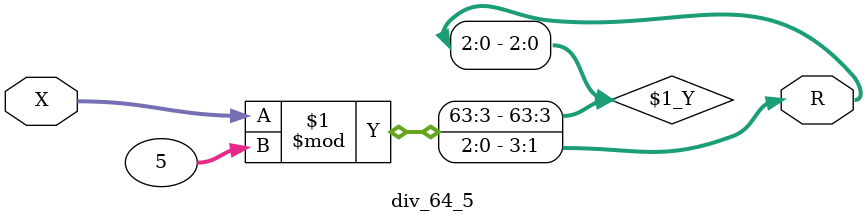
<source format=v>
module div_64_5( X, R);//, R);


input  [64:1] X;
//output [62:1] Q; 
output [3:1] R;

//assign Q = X / 5;

assign R = X % 5;


endmodule

</source>
